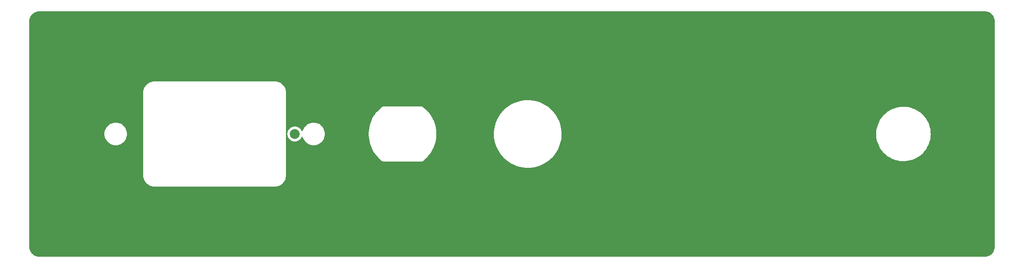
<source format=gbl>
G04 #@! TF.GenerationSoftware,KiCad,Pcbnew,6.0.0-d3dd2cf0fa~116~ubuntu20.04.1*
G04 #@! TF.CreationDate,2021-12-30T07:41:55-05:00*
G04 #@! TF.ProjectId,it_is_the_champion_rear_panel,69745f69-735f-4746-9865-5f6368616d70,0*
G04 #@! TF.SameCoordinates,Original*
G04 #@! TF.FileFunction,Copper,L2,Bot*
G04 #@! TF.FilePolarity,Positive*
%FSLAX46Y46*%
G04 Gerber Fmt 4.6, Leading zero omitted, Abs format (unit mm)*
G04 Created by KiCad (PCBNEW 6.0.0-d3dd2cf0fa~116~ubuntu20.04.1) date 2021-12-30 07:41:55*
%MOMM*%
%LPD*%
G01*
G04 APERTURE LIST*
G04 #@! TA.AperFunction,ComponentPad*
%ADD10C,2.000000*%
G04 #@! TD*
G04 APERTURE END LIST*
D10*
X54356000Y-25400000D03*
G04 #@! TA.AperFunction,NonConductor*
G36*
X194280057Y-509500D02*
G01*
X194294858Y-511805D01*
X194294861Y-511805D01*
X194303730Y-513186D01*
X194319999Y-511059D01*
X194344567Y-510266D01*
X194566985Y-524844D01*
X194583326Y-526995D01*
X194827824Y-575629D01*
X194843743Y-579895D01*
X195079790Y-660022D01*
X195095017Y-666329D01*
X195318592Y-776584D01*
X195332865Y-784825D01*
X195540133Y-923316D01*
X195553210Y-933349D01*
X195740632Y-1097714D01*
X195752286Y-1109368D01*
X195916651Y-1296790D01*
X195926684Y-1309867D01*
X196065175Y-1517135D01*
X196073416Y-1531408D01*
X196183671Y-1754983D01*
X196189978Y-1770210D01*
X196270105Y-2006257D01*
X196274371Y-2022176D01*
X196323005Y-2266673D01*
X196325156Y-2283014D01*
X196339264Y-2498268D01*
X196338239Y-2521304D01*
X196338196Y-2524854D01*
X196336814Y-2533730D01*
X196338454Y-2546270D01*
X196340936Y-2565251D01*
X196342000Y-2581589D01*
X196342000Y-48210672D01*
X196340500Y-48230056D01*
X196336814Y-48253730D01*
X196338941Y-48269999D01*
X196339734Y-48294567D01*
X196325156Y-48516985D01*
X196323005Y-48533326D01*
X196274371Y-48777824D01*
X196270105Y-48793743D01*
X196189978Y-49029790D01*
X196183671Y-49045017D01*
X196073416Y-49268592D01*
X196065175Y-49282865D01*
X195926684Y-49490133D01*
X195916651Y-49503210D01*
X195752286Y-49690632D01*
X195740632Y-49702286D01*
X195553210Y-49866651D01*
X195540133Y-49876684D01*
X195332865Y-50015175D01*
X195318592Y-50023416D01*
X195095017Y-50133671D01*
X195079790Y-50139978D01*
X194843743Y-50220105D01*
X194827824Y-50224371D01*
X194583327Y-50273005D01*
X194566986Y-50275156D01*
X194351732Y-50289264D01*
X194328696Y-50288239D01*
X194325146Y-50288196D01*
X194316270Y-50286814D01*
X194287762Y-50290542D01*
X194284749Y-50290936D01*
X194268411Y-50292000D01*
X2589328Y-50292000D01*
X2569943Y-50290500D01*
X2555142Y-50288195D01*
X2555139Y-50288195D01*
X2546270Y-50286814D01*
X2530001Y-50288941D01*
X2505433Y-50289734D01*
X2283015Y-50275156D01*
X2266674Y-50273005D01*
X2022176Y-50224371D01*
X2006257Y-50220105D01*
X1770210Y-50139978D01*
X1754983Y-50133671D01*
X1531408Y-50023416D01*
X1517135Y-50015175D01*
X1309867Y-49876684D01*
X1296790Y-49866651D01*
X1109368Y-49702286D01*
X1097714Y-49690632D01*
X933349Y-49503210D01*
X923316Y-49490133D01*
X784825Y-49282865D01*
X776584Y-49268592D01*
X666329Y-49045017D01*
X660022Y-49029790D01*
X579895Y-48793743D01*
X575629Y-48777824D01*
X526995Y-48533327D01*
X524844Y-48516986D01*
X510736Y-48301732D01*
X511761Y-48278696D01*
X511804Y-48275146D01*
X513186Y-48266270D01*
X509064Y-48234748D01*
X508000Y-48218411D01*
X508000Y-33775730D01*
X23616814Y-33775730D01*
X23617978Y-33784632D01*
X23617961Y-33786047D01*
X23618249Y-33789058D01*
X23629840Y-33980672D01*
X23634520Y-34058050D01*
X23684370Y-34330075D01*
X23766646Y-34594108D01*
X23768208Y-34597578D01*
X23768210Y-34597584D01*
X23823397Y-34720203D01*
X23880148Y-34846299D01*
X23882117Y-34849556D01*
X23882119Y-34849560D01*
X23966923Y-34989842D01*
X24023220Y-35082969D01*
X24193777Y-35300669D01*
X24389331Y-35496223D01*
X24607031Y-35666780D01*
X24610285Y-35668747D01*
X24840440Y-35807881D01*
X24840444Y-35807883D01*
X24843701Y-35809852D01*
X24969796Y-35866603D01*
X25092416Y-35921790D01*
X25092422Y-35921792D01*
X25095892Y-35923354D01*
X25359925Y-36005630D01*
X25631950Y-36055480D01*
X25635744Y-36055709D01*
X25635748Y-36055710D01*
X25723396Y-36061011D01*
X25873455Y-36070088D01*
X25886737Y-36071603D01*
X25895461Y-36073071D01*
X25901959Y-36073150D01*
X25903141Y-36073165D01*
X25903145Y-36073165D01*
X25908000Y-36073224D01*
X25935588Y-36069273D01*
X25953451Y-36068000D01*
X50238793Y-36068000D01*
X50259697Y-36069746D01*
X50279461Y-36073071D01*
X50285789Y-36073148D01*
X50287141Y-36073165D01*
X50287145Y-36073165D01*
X50292000Y-36073224D01*
X50299541Y-36072144D01*
X50309791Y-36071102D01*
X50564253Y-36055710D01*
X50564258Y-36055709D01*
X50568050Y-36055480D01*
X50840075Y-36005630D01*
X51104108Y-35923354D01*
X51107578Y-35921792D01*
X51107584Y-35921790D01*
X51230204Y-35866603D01*
X51356299Y-35809852D01*
X51359556Y-35807883D01*
X51359560Y-35807881D01*
X51589715Y-35668747D01*
X51592969Y-35666780D01*
X51810669Y-35496223D01*
X52006223Y-35300669D01*
X52176780Y-35082969D01*
X52233077Y-34989842D01*
X52317881Y-34849560D01*
X52317883Y-34849556D01*
X52319852Y-34846299D01*
X52376603Y-34720203D01*
X52431790Y-34597584D01*
X52431792Y-34597578D01*
X52433354Y-34594108D01*
X52515630Y-34330075D01*
X52565480Y-34058050D01*
X52580088Y-33816545D01*
X52581603Y-33803263D01*
X52583071Y-33794539D01*
X52583224Y-33782000D01*
X52579273Y-33754412D01*
X52578000Y-33736549D01*
X52578000Y-25400000D01*
X52842835Y-25400000D01*
X52861465Y-25636711D01*
X52862619Y-25641518D01*
X52862620Y-25641524D01*
X52893249Y-25769101D01*
X52916895Y-25867594D01*
X52918788Y-25872165D01*
X52918789Y-25872167D01*
X52968811Y-25992930D01*
X53007760Y-26086963D01*
X53010346Y-26091183D01*
X53129241Y-26285202D01*
X53129245Y-26285208D01*
X53131824Y-26289416D01*
X53286031Y-26469969D01*
X53466584Y-26624176D01*
X53470792Y-26626755D01*
X53470798Y-26626759D01*
X53664817Y-26745654D01*
X53669037Y-26748240D01*
X53673607Y-26750133D01*
X53673611Y-26750135D01*
X53883833Y-26837211D01*
X53888406Y-26839105D01*
X53968609Y-26858360D01*
X54114476Y-26893380D01*
X54114482Y-26893381D01*
X54119289Y-26894535D01*
X54356000Y-26913165D01*
X54592711Y-26894535D01*
X54597518Y-26893381D01*
X54597524Y-26893380D01*
X54743391Y-26858360D01*
X54823594Y-26839105D01*
X54828167Y-26837211D01*
X55038389Y-26750135D01*
X55038393Y-26750133D01*
X55042963Y-26748240D01*
X55047183Y-26745654D01*
X55241202Y-26626759D01*
X55241208Y-26626755D01*
X55245416Y-26624176D01*
X55425969Y-26469969D01*
X55580176Y-26289416D01*
X55582755Y-26285208D01*
X55582759Y-26285202D01*
X55701654Y-26091183D01*
X55704240Y-26086963D01*
X55730474Y-26023628D01*
X55775022Y-25968347D01*
X55842385Y-25945926D01*
X55911177Y-25963484D01*
X55959555Y-26015446D01*
X55966196Y-26031345D01*
X56048154Y-26272785D01*
X56049480Y-26276691D01*
X56073164Y-26324718D01*
X56159531Y-26499852D01*
X56182018Y-26545452D01*
X56184312Y-26548885D01*
X56345030Y-26789417D01*
X56348503Y-26794615D01*
X56351217Y-26797709D01*
X56351221Y-26797715D01*
X56530502Y-27002144D01*
X56546086Y-27019914D01*
X56549175Y-27022623D01*
X56768285Y-27214779D01*
X56768291Y-27214783D01*
X56771385Y-27217497D01*
X56774811Y-27219786D01*
X56774816Y-27219790D01*
X56879019Y-27289416D01*
X57020547Y-27383982D01*
X57024246Y-27385806D01*
X57024251Y-27385809D01*
X57162022Y-27453749D01*
X57289309Y-27516520D01*
X57293214Y-27517846D01*
X57293215Y-27517846D01*
X57569163Y-27611518D01*
X57569166Y-27611519D01*
X57573070Y-27612844D01*
X57577109Y-27613647D01*
X57577115Y-27613649D01*
X57862934Y-27670502D01*
X57862937Y-27670502D01*
X57866977Y-27671306D01*
X57871088Y-27671575D01*
X57871092Y-27671576D01*
X58161881Y-27690635D01*
X58166000Y-27690905D01*
X58170119Y-27690635D01*
X58460908Y-27671576D01*
X58460912Y-27671575D01*
X58465023Y-27671306D01*
X58469063Y-27670502D01*
X58469066Y-27670502D01*
X58754885Y-27613649D01*
X58754891Y-27613647D01*
X58758930Y-27612844D01*
X58762834Y-27611519D01*
X58762837Y-27611518D01*
X59038785Y-27517846D01*
X59038786Y-27517846D01*
X59042691Y-27516520D01*
X59169978Y-27453749D01*
X59307749Y-27385809D01*
X59307754Y-27385806D01*
X59311453Y-27383982D01*
X59452981Y-27289416D01*
X59557184Y-27219790D01*
X59557189Y-27219786D01*
X59560615Y-27217497D01*
X59563709Y-27214783D01*
X59563715Y-27214779D01*
X59782825Y-27022623D01*
X59785914Y-27019914D01*
X59801498Y-27002144D01*
X59980779Y-26797715D01*
X59980783Y-26797709D01*
X59983497Y-26794615D01*
X59986971Y-26789417D01*
X60147688Y-26548885D01*
X60149982Y-26545452D01*
X60172470Y-26499852D01*
X60258836Y-26324718D01*
X60282520Y-26276691D01*
X60283846Y-26272785D01*
X60377518Y-25996837D01*
X60377519Y-25996834D01*
X60378844Y-25992930D01*
X60384702Y-25963484D01*
X60436502Y-25703066D01*
X60436502Y-25703063D01*
X60437306Y-25699023D01*
X60440225Y-25654491D01*
X69342033Y-25654491D01*
X69379757Y-26162073D01*
X69454996Y-26665464D01*
X69567338Y-27161893D01*
X69568015Y-27164108D01*
X69568019Y-27164122D01*
X69669410Y-27495722D01*
X69716164Y-27648631D01*
X69900655Y-28123000D01*
X70119797Y-28582391D01*
X70372385Y-29024276D01*
X70657028Y-29446225D01*
X70658480Y-29448066D01*
X70658481Y-29448068D01*
X70706685Y-29509206D01*
X70972162Y-29845917D01*
X70973726Y-29847623D01*
X70973734Y-29847633D01*
X71174951Y-30067191D01*
X71316052Y-30221154D01*
X71317768Y-30222768D01*
X71317769Y-30222769D01*
X71610762Y-30498346D01*
X71686807Y-30569871D01*
X71688630Y-30571347D01*
X71703640Y-30583500D01*
X72058042Y-30870438D01*
X72063092Y-30874527D01*
X72068108Y-30878810D01*
X72068767Y-30879403D01*
X72072126Y-30882933D01*
X72082066Y-30890579D01*
X72086335Y-30892919D01*
X72090408Y-30895578D01*
X72090148Y-30895976D01*
X72093729Y-30898492D01*
X72093996Y-30898086D01*
X72101503Y-30903016D01*
X72108228Y-30908956D01*
X72149247Y-30928214D01*
X72156197Y-30931477D01*
X72163195Y-30935033D01*
X72201804Y-30956188D01*
X72209679Y-30960503D01*
X72218446Y-30962434D01*
X72225071Y-30964920D01*
X72231823Y-30966984D01*
X72239948Y-30970799D01*
X72251483Y-30972595D01*
X72292322Y-30978954D01*
X72300035Y-30980403D01*
X72340934Y-30989410D01*
X72351788Y-30991800D01*
X72360741Y-30991193D01*
X72360744Y-30991193D01*
X72403553Y-30988289D01*
X72412079Y-30988000D01*
X79980332Y-30988000D01*
X79991927Y-30988535D01*
X80026757Y-30991754D01*
X80026758Y-30991754D01*
X80035696Y-30992580D01*
X80044502Y-30990865D01*
X80044504Y-30990865D01*
X80063328Y-30987199D01*
X80091542Y-30981705D01*
X80097745Y-30980658D01*
X80111770Y-30978649D01*
X80145159Y-30973868D01*
X80145162Y-30973867D01*
X80154045Y-30972595D01*
X80162212Y-30968882D01*
X80165981Y-30967780D01*
X80169717Y-30966481D01*
X80178528Y-30964765D01*
X80229066Y-30938659D01*
X80234722Y-30935914D01*
X80278345Y-30916080D01*
X80278348Y-30916078D01*
X80286510Y-30912367D01*
X80293304Y-30906513D01*
X80296857Y-30904241D01*
X80299363Y-30902796D01*
X80299349Y-30902774D01*
X80303487Y-30900214D01*
X80307811Y-30897980D01*
X80317934Y-30890579D01*
X80321283Y-30887227D01*
X80323418Y-30885449D01*
X80711370Y-30571347D01*
X80713193Y-30569871D01*
X80789239Y-30498346D01*
X81082231Y-30222769D01*
X81082232Y-30222768D01*
X81083948Y-30221154D01*
X81225049Y-30067191D01*
X81426266Y-29847633D01*
X81426274Y-29847623D01*
X81427838Y-29845917D01*
X81693315Y-29509206D01*
X81741519Y-29448068D01*
X81741520Y-29448066D01*
X81742972Y-29446225D01*
X82027615Y-29024276D01*
X82280203Y-28582391D01*
X82499345Y-28123000D01*
X82683836Y-27648631D01*
X82730590Y-27495722D01*
X82831981Y-27164122D01*
X82831985Y-27164108D01*
X82832662Y-27161893D01*
X82945004Y-26665464D01*
X83020243Y-26162073D01*
X83057967Y-25654491D01*
X83057967Y-25471868D01*
X94737340Y-25471868D01*
X94762046Y-25986219D01*
X94825248Y-26497270D01*
X94825710Y-26499572D01*
X94825712Y-26499584D01*
X94888490Y-26812336D01*
X94926590Y-27002144D01*
X94927229Y-27004425D01*
X95058663Y-27473585D01*
X95065502Y-27497998D01*
X95241201Y-27982041D01*
X95242164Y-27984180D01*
X95242169Y-27984191D01*
X95317239Y-28150839D01*
X95452698Y-28451547D01*
X95698803Y-28903874D01*
X95978130Y-29336476D01*
X95979550Y-29338351D01*
X95979552Y-29338353D01*
X96279206Y-29733848D01*
X96289107Y-29746916D01*
X96290664Y-29748679D01*
X96574460Y-30070017D01*
X96629982Y-30132884D01*
X96998838Y-30492207D01*
X97393597Y-30822862D01*
X97812037Y-31122988D01*
X98251802Y-31390896D01*
X98253904Y-31391969D01*
X98253907Y-31391971D01*
X98708310Y-31624001D01*
X98708318Y-31624005D01*
X98710416Y-31625076D01*
X99185298Y-31824210D01*
X99673774Y-31987178D01*
X100173095Y-32113062D01*
X100175403Y-32113463D01*
X100175409Y-32113464D01*
X100452695Y-32161608D01*
X100680448Y-32201153D01*
X100682795Y-32201381D01*
X100682802Y-32201382D01*
X101190617Y-32250727D01*
X101190628Y-32250728D01*
X101192978Y-32250956D01*
X101195336Y-32251007D01*
X101195345Y-32251008D01*
X101508249Y-32257835D01*
X101707800Y-32262189D01*
X101948840Y-32249346D01*
X102219671Y-32234915D01*
X102219674Y-32234915D01*
X102222015Y-32234790D01*
X102496342Y-32199405D01*
X102730382Y-32169217D01*
X102730392Y-32169215D01*
X102732728Y-32168914D01*
X103237064Y-32064930D01*
X103239328Y-32064283D01*
X103239336Y-32064281D01*
X103729918Y-31924072D01*
X103729927Y-31924069D01*
X103732184Y-31923424D01*
X103734387Y-31922611D01*
X103734394Y-31922609D01*
X104213079Y-31746013D01*
X104213093Y-31746007D01*
X104215300Y-31745193D01*
X104683692Y-31531240D01*
X105134725Y-31282770D01*
X105136675Y-31281497D01*
X105136689Y-31281488D01*
X105563875Y-31002477D01*
X105565858Y-31001182D01*
X105578900Y-30991193D01*
X105788125Y-30830938D01*
X105974664Y-30688060D01*
X106358842Y-30345168D01*
X106401064Y-30301370D01*
X106714593Y-29976133D01*
X106716229Y-29974436D01*
X107044813Y-29577952D01*
X107342744Y-29157946D01*
X107431756Y-29010097D01*
X107607125Y-28718811D01*
X107607129Y-28718804D01*
X107608345Y-28716784D01*
X107641933Y-28650148D01*
X107839056Y-28259061D01*
X107839056Y-28259060D01*
X107840120Y-28256950D01*
X108036766Y-27781032D01*
X108197174Y-27291709D01*
X108308763Y-26839105D01*
X108319878Y-26794021D01*
X108319879Y-26794018D01*
X108320441Y-26791737D01*
X108405875Y-26283929D01*
X108406201Y-26280389D01*
X108452805Y-25773189D01*
X108452993Y-25771145D01*
X108456770Y-25631551D01*
X172275368Y-25631551D01*
X172275588Y-25634170D01*
X172275588Y-25634172D01*
X172279888Y-25685380D01*
X172314120Y-26093028D01*
X172391350Y-26549644D01*
X172392005Y-26552194D01*
X172392006Y-26552200D01*
X172484687Y-26913165D01*
X172506519Y-26998196D01*
X172658818Y-27435538D01*
X172847178Y-27858602D01*
X173070279Y-28264421D01*
X173326555Y-28650148D01*
X173614209Y-29013077D01*
X173748353Y-29155926D01*
X173917901Y-29336476D01*
X173931224Y-29350664D01*
X174275376Y-29660539D01*
X174277460Y-29662121D01*
X174277465Y-29662125D01*
X174584045Y-29894832D01*
X174644250Y-29940530D01*
X174646484Y-29941948D01*
X174646493Y-29941954D01*
X174944553Y-30131108D01*
X175035259Y-30188672D01*
X175037586Y-30189888D01*
X175037592Y-30189892D01*
X175443323Y-30402003D01*
X175443328Y-30402005D01*
X175445661Y-30403225D01*
X175872577Y-30582684D01*
X175875085Y-30583499D01*
X175875088Y-30583500D01*
X176310498Y-30724973D01*
X176310502Y-30724974D01*
X176313013Y-30725790D01*
X176555551Y-30782677D01*
X176761310Y-30830938D01*
X176761317Y-30830939D01*
X176763878Y-30831540D01*
X177222012Y-30899191D01*
X177224653Y-30899357D01*
X177224661Y-30899358D01*
X177473665Y-30915023D01*
X177684199Y-30928269D01*
X177686831Y-30928214D01*
X177686838Y-30928214D01*
X177862475Y-30924535D01*
X178147199Y-30918571D01*
X178607763Y-30870164D01*
X179062662Y-30783387D01*
X179065194Y-30782680D01*
X179065207Y-30782677D01*
X179506166Y-30659559D01*
X179506174Y-30659556D01*
X179508704Y-30658850D01*
X179716254Y-30581663D01*
X179940287Y-30498346D01*
X179940293Y-30498343D01*
X179942760Y-30497426D01*
X180361787Y-30300247D01*
X180762845Y-30068696D01*
X181143120Y-29804398D01*
X181414631Y-29579785D01*
X181497917Y-29510885D01*
X181497923Y-29510879D01*
X181499946Y-29509206D01*
X181560278Y-29450125D01*
X181828946Y-29187025D01*
X181830819Y-29185191D01*
X181832532Y-29183206D01*
X181832539Y-29183199D01*
X182131684Y-28836635D01*
X182133419Y-28834625D01*
X182405623Y-28459969D01*
X182645522Y-28063848D01*
X182851433Y-27649043D01*
X183021912Y-27218462D01*
X183155763Y-26775126D01*
X183162028Y-26745654D01*
X183251500Y-26324718D01*
X183252047Y-26322145D01*
X183310089Y-25862695D01*
X183313841Y-25773189D01*
X183329371Y-25402648D01*
X183329482Y-25400000D01*
X183319777Y-25168449D01*
X183310200Y-24939951D01*
X183310200Y-24939949D01*
X183310089Y-24937305D01*
X183252047Y-24477855D01*
X183188531Y-24179035D01*
X183156309Y-24027441D01*
X183156307Y-24027433D01*
X183155763Y-24024874D01*
X183021912Y-23581538D01*
X182851433Y-23150957D01*
X182645522Y-22736152D01*
X182448544Y-22410902D01*
X182406989Y-22342286D01*
X182406985Y-22342280D01*
X182405623Y-22340031D01*
X182133419Y-21965375D01*
X182021342Y-21835532D01*
X181832539Y-21616801D01*
X181832532Y-21616794D01*
X181830819Y-21614809D01*
X181562378Y-21351932D01*
X181501822Y-21292631D01*
X181501821Y-21292630D01*
X181499946Y-21290794D01*
X181497923Y-21289121D01*
X181497917Y-21289115D01*
X181302475Y-21127432D01*
X181143120Y-20995602D01*
X180762845Y-20731304D01*
X180361787Y-20499753D01*
X179942760Y-20302574D01*
X179940293Y-20301657D01*
X179940287Y-20301654D01*
X179511164Y-20142065D01*
X179508704Y-20141150D01*
X179506174Y-20140444D01*
X179506166Y-20140441D01*
X179065207Y-20017323D01*
X179065194Y-20017320D01*
X179062662Y-20016613D01*
X178607763Y-19929836D01*
X178147199Y-19881429D01*
X177862475Y-19875465D01*
X177686838Y-19871786D01*
X177686831Y-19871786D01*
X177684199Y-19871731D01*
X177490458Y-19883920D01*
X177224661Y-19900642D01*
X177224653Y-19900643D01*
X177222012Y-19900809D01*
X176763878Y-19968460D01*
X176761317Y-19969061D01*
X176761310Y-19969062D01*
X176585561Y-20010284D01*
X176313013Y-20074210D01*
X176310502Y-20075026D01*
X176310498Y-20075027D01*
X176109174Y-20140441D01*
X175872577Y-20217316D01*
X175445661Y-20396775D01*
X175443328Y-20397995D01*
X175443323Y-20397997D01*
X175037592Y-20610108D01*
X175037586Y-20610112D01*
X175035259Y-20611328D01*
X175033031Y-20612742D01*
X174646493Y-20858046D01*
X174646484Y-20858052D01*
X174644250Y-20859470D01*
X174642143Y-20861069D01*
X174642142Y-20861070D01*
X174291224Y-21127432D01*
X174275376Y-21139461D01*
X173931224Y-21449336D01*
X173929420Y-21451257D01*
X173929416Y-21451261D01*
X173837036Y-21549637D01*
X173614209Y-21786923D01*
X173326555Y-22149852D01*
X173158627Y-22402604D01*
X173076528Y-22526174D01*
X173070279Y-22535579D01*
X172847178Y-22941398D01*
X172658818Y-23364462D01*
X172506519Y-23801804D01*
X172505864Y-23804355D01*
X172505861Y-23804365D01*
X172409662Y-24179035D01*
X172391350Y-24250356D01*
X172314120Y-24706972D01*
X172294999Y-24934679D01*
X172277058Y-25148329D01*
X172275368Y-25168449D01*
X172275368Y-25631551D01*
X108456770Y-25631551D01*
X108463036Y-25400000D01*
X108462882Y-25395881D01*
X108443806Y-24887787D01*
X108443806Y-24887785D01*
X108443717Y-24885418D01*
X108385871Y-24373734D01*
X108289821Y-23867826D01*
X108156110Y-23370545D01*
X108005404Y-22941398D01*
X107986272Y-22886918D01*
X107986270Y-22886913D01*
X107985489Y-22884689D01*
X107828485Y-22526174D01*
X107779867Y-22415155D01*
X107779865Y-22415151D01*
X107778920Y-22412993D01*
X107617030Y-22107881D01*
X107538670Y-21960196D01*
X107538666Y-21960190D01*
X107537565Y-21958114D01*
X107421271Y-21773798D01*
X107264050Y-21524617D01*
X107264046Y-21524611D01*
X107262784Y-21522611D01*
X107261376Y-21520711D01*
X107261368Y-21520700D01*
X106999292Y-21167172D01*
X106956122Y-21108937D01*
X106889045Y-21031364D01*
X106620859Y-20721215D01*
X106620849Y-20721204D01*
X106619307Y-20719421D01*
X106254234Y-20356255D01*
X105862960Y-20021484D01*
X105857286Y-20017323D01*
X105604837Y-19832220D01*
X105447686Y-19716992D01*
X105010750Y-19444494D01*
X105008679Y-19443409D01*
X105008672Y-19443405D01*
X104694715Y-19278924D01*
X104554613Y-19205525D01*
X104552465Y-19204598D01*
X104552451Y-19204591D01*
X104084004Y-19002361D01*
X104083996Y-19002358D01*
X104081842Y-19001428D01*
X103595100Y-18833354D01*
X103592828Y-18832756D01*
X103592822Y-18832754D01*
X103099402Y-18702847D01*
X103099390Y-18702844D01*
X103097125Y-18702248D01*
X103094814Y-18701822D01*
X103094806Y-18701820D01*
X102830947Y-18653155D01*
X102590722Y-18608849D01*
X102078741Y-18553682D01*
X102076362Y-18553605D01*
X102076360Y-18553605D01*
X101566425Y-18537134D01*
X101566419Y-18537134D01*
X101564065Y-18537058D01*
X101049592Y-18559071D01*
X100811992Y-18587193D01*
X100540554Y-18619319D01*
X100540544Y-18619321D01*
X100538217Y-18619596D01*
X100535904Y-18620048D01*
X100535902Y-18620048D01*
X100035134Y-18717841D01*
X100035131Y-18717842D01*
X100032820Y-18718293D01*
X99536245Y-18854606D01*
X99534023Y-18855400D01*
X99534018Y-18855401D01*
X99053529Y-19026968D01*
X99051289Y-19027768D01*
X98772032Y-19151809D01*
X98582863Y-19235835D01*
X98582858Y-19235838D01*
X98580682Y-19236804D01*
X98578590Y-19237928D01*
X98578582Y-19237932D01*
X98129157Y-19479417D01*
X98129143Y-19479425D01*
X98127072Y-19480538D01*
X97693014Y-19757596D01*
X97691115Y-19759019D01*
X97691111Y-19759022D01*
X97545004Y-19868523D01*
X97280952Y-20066419D01*
X97279180Y-20067967D01*
X97279172Y-20067974D01*
X97030215Y-20285536D01*
X96893204Y-20405269D01*
X96531954Y-20772238D01*
X96347587Y-20990022D01*
X96218693Y-21142279D01*
X96199237Y-21165261D01*
X95896924Y-21582123D01*
X95895689Y-21584126D01*
X95895684Y-21584134D01*
X95627962Y-22018460D01*
X95627956Y-22018470D01*
X95626718Y-22020479D01*
X95390139Y-22477861D01*
X95389212Y-22480040D01*
X95389209Y-22480046D01*
X95191877Y-22943808D01*
X95188521Y-22951694D01*
X95187763Y-22953927D01*
X95046341Y-23370545D01*
X95022998Y-23439310D01*
X95022409Y-23441595D01*
X95022408Y-23441599D01*
X94971188Y-23640367D01*
X94894501Y-23937965D01*
X94894083Y-23940297D01*
X94894082Y-23940304D01*
X94890396Y-23960895D01*
X94803755Y-24444850D01*
X94751269Y-24957112D01*
X94751206Y-24959446D01*
X94751205Y-24959459D01*
X94747376Y-25100977D01*
X94743147Y-25257267D01*
X94737340Y-25471868D01*
X83057967Y-25471868D01*
X83057967Y-25145509D01*
X83020243Y-24637927D01*
X82945004Y-24134536D01*
X82832662Y-23638107D01*
X82831985Y-23635892D01*
X82831981Y-23635878D01*
X82684523Y-23153616D01*
X82683836Y-23151369D01*
X82499345Y-22677000D01*
X82374438Y-22415155D01*
X82281216Y-22219732D01*
X82281213Y-22219726D01*
X82280203Y-22217609D01*
X82027615Y-21775724D01*
X81742972Y-21353775D01*
X81694764Y-21292631D01*
X81429280Y-20955912D01*
X81427838Y-20954083D01*
X81426274Y-20952377D01*
X81426266Y-20952367D01*
X81085537Y-20580580D01*
X81083948Y-20578846D01*
X80953913Y-20456540D01*
X80714903Y-20231737D01*
X80714898Y-20231732D01*
X80713193Y-20230129D01*
X80697368Y-20217316D01*
X80520615Y-20074210D01*
X80336905Y-19925470D01*
X80331892Y-19921190D01*
X80331233Y-19920597D01*
X80327874Y-19917067D01*
X80317934Y-19909421D01*
X80313665Y-19907081D01*
X80309592Y-19904422D01*
X80309852Y-19904024D01*
X80306271Y-19901508D01*
X80306004Y-19901914D01*
X80298497Y-19896984D01*
X80291772Y-19891044D01*
X80243798Y-19868520D01*
X80236805Y-19864967D01*
X80198196Y-19843812D01*
X80198195Y-19843812D01*
X80190321Y-19839497D01*
X80181554Y-19837566D01*
X80174929Y-19835080D01*
X80168177Y-19833016D01*
X80160052Y-19829201D01*
X80137595Y-19825704D01*
X80107678Y-19821046D01*
X80099965Y-19819597D01*
X80056980Y-19810131D01*
X80048212Y-19808200D01*
X80039259Y-19808807D01*
X80039256Y-19808807D01*
X79996447Y-19811711D01*
X79987921Y-19812000D01*
X72419668Y-19812000D01*
X72408073Y-19811465D01*
X72373243Y-19808246D01*
X72373242Y-19808246D01*
X72364304Y-19807420D01*
X72355498Y-19809135D01*
X72355496Y-19809135D01*
X72343532Y-19811465D01*
X72308458Y-19818295D01*
X72302255Y-19819342D01*
X72290357Y-19821046D01*
X72254841Y-19826132D01*
X72254838Y-19826133D01*
X72245955Y-19827405D01*
X72237788Y-19831118D01*
X72234019Y-19832220D01*
X72230283Y-19833519D01*
X72221472Y-19835235D01*
X72170934Y-19861341D01*
X72165278Y-19864086D01*
X72121655Y-19883920D01*
X72121652Y-19883922D01*
X72113490Y-19887633D01*
X72106696Y-19893487D01*
X72103143Y-19895759D01*
X72100637Y-19897204D01*
X72100651Y-19897226D01*
X72096513Y-19899786D01*
X72092189Y-19902020D01*
X72082066Y-19909421D01*
X72078717Y-19912773D01*
X72076582Y-19914551D01*
X71701685Y-20218083D01*
X71686807Y-20230129D01*
X71685102Y-20231732D01*
X71685097Y-20231737D01*
X71446087Y-20456540D01*
X71316052Y-20578846D01*
X71314463Y-20580580D01*
X70973734Y-20952367D01*
X70973726Y-20952377D01*
X70972162Y-20954083D01*
X70970720Y-20955912D01*
X70705237Y-21292631D01*
X70657028Y-21353775D01*
X70372385Y-21775724D01*
X70119797Y-22217609D01*
X70118787Y-22219726D01*
X70118784Y-22219732D01*
X70025562Y-22415155D01*
X69900655Y-22677000D01*
X69716164Y-23151369D01*
X69715477Y-23153616D01*
X69568019Y-23635878D01*
X69568015Y-23635892D01*
X69567338Y-23638107D01*
X69454996Y-24134536D01*
X69379757Y-24637927D01*
X69342033Y-25145509D01*
X69342033Y-25654491D01*
X60440225Y-25654491D01*
X60441729Y-25631551D01*
X60456635Y-25404119D01*
X60456905Y-25400000D01*
X60441901Y-25171078D01*
X60437576Y-25105092D01*
X60437575Y-25105088D01*
X60437306Y-25100977D01*
X60436502Y-25096934D01*
X60379649Y-24811115D01*
X60379647Y-24811109D01*
X60378844Y-24807070D01*
X60368424Y-24776372D01*
X60283846Y-24527215D01*
X60283846Y-24527214D01*
X60282520Y-24523309D01*
X60175019Y-24305318D01*
X60151809Y-24258252D01*
X60151806Y-24258247D01*
X60149982Y-24254548D01*
X60013218Y-24049865D01*
X59985790Y-24008816D01*
X59985786Y-24008811D01*
X59983497Y-24005385D01*
X59980783Y-24002291D01*
X59980779Y-24002285D01*
X59788623Y-23783175D01*
X59785914Y-23780086D01*
X59624019Y-23638107D01*
X59563715Y-23585221D01*
X59563709Y-23585217D01*
X59560615Y-23582503D01*
X59557189Y-23580214D01*
X59557184Y-23580210D01*
X59314886Y-23418312D01*
X59311453Y-23416018D01*
X59307754Y-23414194D01*
X59307749Y-23414191D01*
X59129755Y-23326415D01*
X59042691Y-23283480D01*
X59038785Y-23282154D01*
X58762837Y-23188482D01*
X58762834Y-23188481D01*
X58758930Y-23187156D01*
X58754891Y-23186353D01*
X58754885Y-23186351D01*
X58469066Y-23129498D01*
X58469063Y-23129498D01*
X58465023Y-23128694D01*
X58460912Y-23128425D01*
X58460908Y-23128424D01*
X58170119Y-23109365D01*
X58166000Y-23109095D01*
X58161881Y-23109365D01*
X57871092Y-23128424D01*
X57871088Y-23128425D01*
X57866977Y-23128694D01*
X57862937Y-23129498D01*
X57862934Y-23129498D01*
X57577115Y-23186351D01*
X57577109Y-23186353D01*
X57573070Y-23187156D01*
X57569166Y-23188481D01*
X57569163Y-23188482D01*
X57293215Y-23282154D01*
X57289309Y-23283480D01*
X57202245Y-23326415D01*
X57024252Y-23414191D01*
X57024247Y-23414194D01*
X57020548Y-23416018D01*
X57017115Y-23418312D01*
X56774816Y-23580210D01*
X56774811Y-23580214D01*
X56771385Y-23582503D01*
X56768291Y-23585217D01*
X56768285Y-23585221D01*
X56707981Y-23638107D01*
X56546086Y-23780086D01*
X56543377Y-23783175D01*
X56351221Y-24002285D01*
X56351217Y-24002291D01*
X56348503Y-24005385D01*
X56346214Y-24008811D01*
X56346210Y-24008816D01*
X56318782Y-24049865D01*
X56182018Y-24254548D01*
X56180194Y-24258247D01*
X56180191Y-24258252D01*
X56156981Y-24305318D01*
X56049480Y-24523309D01*
X56048154Y-24527214D01*
X56048154Y-24527215D01*
X55966196Y-24768655D01*
X55925359Y-24826732D01*
X55859606Y-24853510D01*
X55789814Y-24840489D01*
X55738141Y-24791802D01*
X55730474Y-24776372D01*
X55706135Y-24717611D01*
X55706133Y-24717607D01*
X55704240Y-24713037D01*
X55693262Y-24695123D01*
X55582759Y-24514798D01*
X55582755Y-24514792D01*
X55580176Y-24510584D01*
X55446968Y-24354618D01*
X55429177Y-24333787D01*
X55425969Y-24330031D01*
X55245416Y-24175824D01*
X55241208Y-24173245D01*
X55241202Y-24173241D01*
X55047183Y-24054346D01*
X55042963Y-24051760D01*
X55038393Y-24049867D01*
X55038389Y-24049865D01*
X54828167Y-23962789D01*
X54828165Y-23962788D01*
X54823594Y-23960895D01*
X54737826Y-23940304D01*
X54597524Y-23906620D01*
X54597518Y-23906619D01*
X54592711Y-23905465D01*
X54356000Y-23886835D01*
X54119289Y-23905465D01*
X54114482Y-23906619D01*
X54114476Y-23906620D01*
X53974174Y-23940304D01*
X53888406Y-23960895D01*
X53883835Y-23962788D01*
X53883833Y-23962789D01*
X53673611Y-24049865D01*
X53673607Y-24049867D01*
X53669037Y-24051760D01*
X53664817Y-24054346D01*
X53470798Y-24173241D01*
X53470792Y-24173245D01*
X53466584Y-24175824D01*
X53286031Y-24330031D01*
X53282823Y-24333787D01*
X53265032Y-24354618D01*
X53131824Y-24510584D01*
X53129245Y-24514792D01*
X53129241Y-24514798D01*
X53018738Y-24695123D01*
X53007760Y-24713037D01*
X53005867Y-24717607D01*
X53005865Y-24717611D01*
X52921489Y-24921315D01*
X52916895Y-24932406D01*
X52915740Y-24937218D01*
X52865057Y-25148329D01*
X52861465Y-25163289D01*
X52842835Y-25400000D01*
X52578000Y-25400000D01*
X52578000Y-17071207D01*
X52579746Y-17050303D01*
X52582264Y-17035335D01*
X52583071Y-17030539D01*
X52583224Y-17018000D01*
X52582144Y-17010459D01*
X52581102Y-17000209D01*
X52565710Y-16745747D01*
X52565709Y-16745742D01*
X52565480Y-16741950D01*
X52515630Y-16469925D01*
X52433354Y-16205892D01*
X52394686Y-16119974D01*
X52321416Y-15957177D01*
X52319852Y-15953701D01*
X52279181Y-15886422D01*
X52178747Y-15720285D01*
X52176780Y-15717031D01*
X52006223Y-15499331D01*
X51810669Y-15303777D01*
X51592969Y-15133220D01*
X51533261Y-15097125D01*
X51359560Y-14992119D01*
X51359556Y-14992117D01*
X51356299Y-14990148D01*
X51230203Y-14933397D01*
X51107584Y-14878210D01*
X51107578Y-14878208D01*
X51104108Y-14876646D01*
X50840075Y-14794370D01*
X50568050Y-14744520D01*
X50564256Y-14744291D01*
X50564252Y-14744290D01*
X50476604Y-14738989D01*
X50326545Y-14729912D01*
X50313263Y-14728397D01*
X50304539Y-14726929D01*
X50298041Y-14726850D01*
X50296859Y-14726835D01*
X50296855Y-14726835D01*
X50292000Y-14726776D01*
X50267715Y-14730254D01*
X50264412Y-14730727D01*
X50246549Y-14732000D01*
X25961207Y-14732000D01*
X25940303Y-14730254D01*
X25937137Y-14729721D01*
X25920539Y-14726929D01*
X25914211Y-14726852D01*
X25912859Y-14726835D01*
X25912855Y-14726835D01*
X25908000Y-14726776D01*
X25900517Y-14727848D01*
X25900459Y-14727856D01*
X25890209Y-14728898D01*
X25635747Y-14744290D01*
X25635742Y-14744291D01*
X25631950Y-14744520D01*
X25359925Y-14794370D01*
X25095892Y-14876646D01*
X25092422Y-14878208D01*
X25092416Y-14878210D01*
X24969797Y-14933397D01*
X24843701Y-14990148D01*
X24840444Y-14992117D01*
X24840440Y-14992119D01*
X24666739Y-15097125D01*
X24607031Y-15133220D01*
X24389331Y-15303777D01*
X24193777Y-15499331D01*
X24023220Y-15717031D01*
X24021253Y-15720285D01*
X23920820Y-15886422D01*
X23880148Y-15953701D01*
X23878584Y-15957177D01*
X23805315Y-16119974D01*
X23766646Y-16205892D01*
X23684370Y-16469925D01*
X23634520Y-16741950D01*
X23634291Y-16745744D01*
X23634290Y-16745748D01*
X23619441Y-16991242D01*
X23618197Y-17002771D01*
X23618196Y-17002856D01*
X23616814Y-17011730D01*
X23618638Y-17025678D01*
X23620936Y-17043251D01*
X23622000Y-17059589D01*
X23622000Y-33732672D01*
X23620500Y-33752056D01*
X23616814Y-33775730D01*
X508000Y-33775730D01*
X508000Y-25400000D01*
X15743095Y-25400000D01*
X15743365Y-25404119D01*
X15758272Y-25631551D01*
X15762694Y-25699023D01*
X15763498Y-25703063D01*
X15763498Y-25703066D01*
X15815299Y-25963484D01*
X15821156Y-25992930D01*
X15822481Y-25996834D01*
X15822482Y-25996837D01*
X15916154Y-26272785D01*
X15917480Y-26276691D01*
X15941164Y-26324718D01*
X16027531Y-26499852D01*
X16050018Y-26545452D01*
X16052312Y-26548885D01*
X16213030Y-26789417D01*
X16216503Y-26794615D01*
X16219217Y-26797709D01*
X16219221Y-26797715D01*
X16398502Y-27002144D01*
X16414086Y-27019914D01*
X16417175Y-27022623D01*
X16636285Y-27214779D01*
X16636291Y-27214783D01*
X16639385Y-27217497D01*
X16642811Y-27219786D01*
X16642816Y-27219790D01*
X16747019Y-27289416D01*
X16888547Y-27383982D01*
X16892246Y-27385806D01*
X16892251Y-27385809D01*
X17030022Y-27453749D01*
X17157309Y-27516520D01*
X17161214Y-27517846D01*
X17161215Y-27517846D01*
X17437163Y-27611518D01*
X17437166Y-27611519D01*
X17441070Y-27612844D01*
X17445109Y-27613647D01*
X17445115Y-27613649D01*
X17730934Y-27670502D01*
X17730937Y-27670502D01*
X17734977Y-27671306D01*
X17739088Y-27671575D01*
X17739092Y-27671576D01*
X18029881Y-27690635D01*
X18034000Y-27690905D01*
X18038119Y-27690635D01*
X18328908Y-27671576D01*
X18328912Y-27671575D01*
X18333023Y-27671306D01*
X18337063Y-27670502D01*
X18337066Y-27670502D01*
X18622885Y-27613649D01*
X18622891Y-27613647D01*
X18626930Y-27612844D01*
X18630834Y-27611519D01*
X18630837Y-27611518D01*
X18906785Y-27517846D01*
X18906786Y-27517846D01*
X18910691Y-27516520D01*
X19037978Y-27453749D01*
X19175749Y-27385809D01*
X19175754Y-27385806D01*
X19179453Y-27383982D01*
X19320981Y-27289416D01*
X19425184Y-27219790D01*
X19425189Y-27219786D01*
X19428615Y-27217497D01*
X19431709Y-27214783D01*
X19431715Y-27214779D01*
X19650825Y-27022623D01*
X19653914Y-27019914D01*
X19669498Y-27002144D01*
X19848779Y-26797715D01*
X19848783Y-26797709D01*
X19851497Y-26794615D01*
X19854971Y-26789417D01*
X20015688Y-26548885D01*
X20017982Y-26545452D01*
X20040470Y-26499852D01*
X20126836Y-26324718D01*
X20150520Y-26276691D01*
X20151846Y-26272785D01*
X20245518Y-25996837D01*
X20245519Y-25996834D01*
X20246844Y-25992930D01*
X20252702Y-25963484D01*
X20304502Y-25703066D01*
X20304502Y-25703063D01*
X20305306Y-25699023D01*
X20309729Y-25631551D01*
X20324635Y-25404119D01*
X20324905Y-25400000D01*
X20309901Y-25171078D01*
X20305576Y-25105092D01*
X20305575Y-25105088D01*
X20305306Y-25100977D01*
X20304502Y-25096934D01*
X20247649Y-24811115D01*
X20247647Y-24811109D01*
X20246844Y-24807070D01*
X20236424Y-24776372D01*
X20151846Y-24527215D01*
X20151846Y-24527214D01*
X20150520Y-24523309D01*
X20043019Y-24305318D01*
X20019809Y-24258252D01*
X20019806Y-24258247D01*
X20017982Y-24254548D01*
X19881218Y-24049865D01*
X19853790Y-24008816D01*
X19853786Y-24008811D01*
X19851497Y-24005385D01*
X19848783Y-24002291D01*
X19848779Y-24002285D01*
X19656623Y-23783175D01*
X19653914Y-23780086D01*
X19492019Y-23638107D01*
X19431715Y-23585221D01*
X19431709Y-23585217D01*
X19428615Y-23582503D01*
X19425189Y-23580214D01*
X19425184Y-23580210D01*
X19182886Y-23418312D01*
X19179453Y-23416018D01*
X19175754Y-23414194D01*
X19175749Y-23414191D01*
X18997755Y-23326415D01*
X18910691Y-23283480D01*
X18906785Y-23282154D01*
X18630837Y-23188482D01*
X18630834Y-23188481D01*
X18626930Y-23187156D01*
X18622891Y-23186353D01*
X18622885Y-23186351D01*
X18337066Y-23129498D01*
X18337063Y-23129498D01*
X18333023Y-23128694D01*
X18328912Y-23128425D01*
X18328908Y-23128424D01*
X18038119Y-23109365D01*
X18034000Y-23109095D01*
X18029881Y-23109365D01*
X17739092Y-23128424D01*
X17739088Y-23128425D01*
X17734977Y-23128694D01*
X17730937Y-23129498D01*
X17730934Y-23129498D01*
X17445115Y-23186351D01*
X17445109Y-23186353D01*
X17441070Y-23187156D01*
X17437166Y-23188481D01*
X17437163Y-23188482D01*
X17161215Y-23282154D01*
X17157309Y-23283480D01*
X17070245Y-23326415D01*
X16892252Y-23414191D01*
X16892247Y-23414194D01*
X16888548Y-23416018D01*
X16885115Y-23418312D01*
X16642816Y-23580210D01*
X16642811Y-23580214D01*
X16639385Y-23582503D01*
X16636291Y-23585217D01*
X16636285Y-23585221D01*
X16575981Y-23638107D01*
X16414086Y-23780086D01*
X16411377Y-23783175D01*
X16219221Y-24002285D01*
X16219217Y-24002291D01*
X16216503Y-24005385D01*
X16214214Y-24008811D01*
X16214210Y-24008816D01*
X16186782Y-24049865D01*
X16050018Y-24254548D01*
X16048194Y-24258247D01*
X16048191Y-24258252D01*
X16024981Y-24305318D01*
X15917480Y-24523309D01*
X15916154Y-24527214D01*
X15916154Y-24527215D01*
X15831577Y-24776372D01*
X15821156Y-24807070D01*
X15820353Y-24811109D01*
X15820351Y-24811115D01*
X15763498Y-25096934D01*
X15762694Y-25100977D01*
X15762425Y-25105088D01*
X15762424Y-25105092D01*
X15758099Y-25171078D01*
X15743095Y-25400000D01*
X508000Y-25400000D01*
X508000Y-2589328D01*
X509500Y-2569943D01*
X511805Y-2555142D01*
X511805Y-2555139D01*
X513186Y-2546270D01*
X511059Y-2530001D01*
X510266Y-2505433D01*
X524844Y-2283015D01*
X526995Y-2266674D01*
X575629Y-2022176D01*
X579895Y-2006257D01*
X660022Y-1770210D01*
X666329Y-1754983D01*
X776584Y-1531408D01*
X784825Y-1517135D01*
X923316Y-1309867D01*
X933349Y-1296790D01*
X1097714Y-1109368D01*
X1109368Y-1097714D01*
X1296790Y-933349D01*
X1309867Y-923316D01*
X1517135Y-784825D01*
X1531408Y-776584D01*
X1754983Y-666329D01*
X1770210Y-660022D01*
X2006257Y-579895D01*
X2022176Y-575629D01*
X2266673Y-526995D01*
X2283014Y-524844D01*
X2498268Y-510736D01*
X2521304Y-511761D01*
X2524854Y-511804D01*
X2533730Y-513186D01*
X2565252Y-509064D01*
X2581589Y-508000D01*
X194260672Y-508000D01*
X194280057Y-509500D01*
G37*
G04 #@! TD.AperFunction*
M02*

</source>
